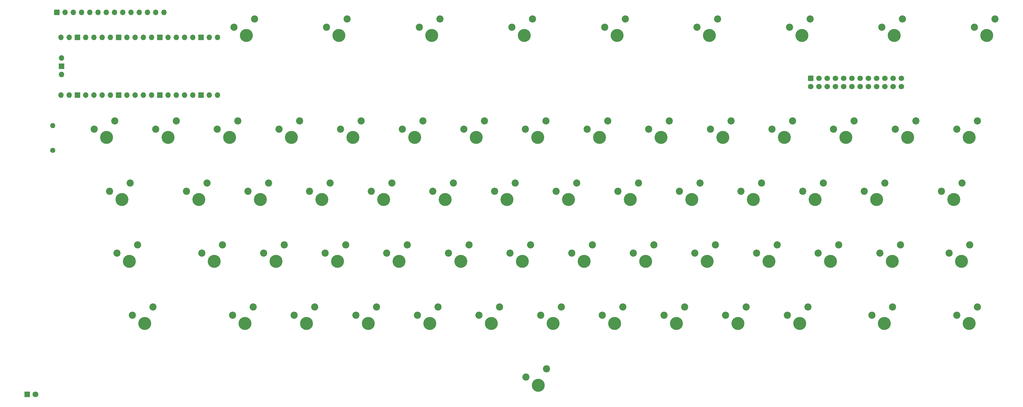
<source format=gts>
G04 #@! TF.GenerationSoftware,KiCad,Pcbnew,(5.1.10)-1*
G04 #@! TF.CreationDate,2021-10-24T19:20:25-07:00*
G04 #@! TF.ProjectId,Atari130MX,41746172-6931-4333-904d-582e6b696361,D*
G04 #@! TF.SameCoordinates,Original*
G04 #@! TF.FileFunction,Soldermask,Top*
G04 #@! TF.FilePolarity,Negative*
%FSLAX46Y46*%
G04 Gerber Fmt 4.6, Leading zero omitted, Abs format (unit mm)*
G04 Created by KiCad (PCBNEW (5.1.10)-1) date 2021-10-24 19:20:25*
%MOMM*%
%LPD*%
G01*
G04 APERTURE LIST*
%ADD10C,1.700000*%
%ADD11O,1.700000X1.700000*%
%ADD12R,1.700000X1.700000*%
%ADD13C,4.000000*%
%ADD14C,2.200000*%
%ADD15O,1.600000X1.600000*%
%ADD16C,1.600000*%
%ADD17C,1.800000*%
%ADD18R,1.800000X1.800000*%
G04 APERTURE END LIST*
G36*
G01*
X270300000Y-44970000D02*
X271500000Y-44970000D01*
G75*
G02*
X271750000Y-45220000I0J-250000D01*
G01*
X271750000Y-46420000D01*
G75*
G02*
X271500000Y-46670000I-250000J0D01*
G01*
X270300000Y-46670000D01*
G75*
G02*
X270050000Y-46420000I0J250000D01*
G01*
X270050000Y-45220000D01*
G75*
G02*
X270300000Y-44970000I250000J0D01*
G01*
G37*
D10*
X273440000Y-45820000D03*
X275980000Y-45820000D03*
X278520000Y-45820000D03*
X281060000Y-45820000D03*
X283600000Y-45820000D03*
X286140000Y-45820000D03*
X288680000Y-45820000D03*
X291220000Y-45820000D03*
X293760000Y-45820000D03*
X296300000Y-45820000D03*
X298840000Y-45820000D03*
X270900000Y-48360000D03*
X273440000Y-48360000D03*
X275980000Y-48360000D03*
X278520000Y-48360000D03*
X281060000Y-48360000D03*
X283600000Y-48360000D03*
X286140000Y-48360000D03*
X288680000Y-48360000D03*
X291220000Y-48360000D03*
X293760000Y-48360000D03*
X296300000Y-48360000D03*
X298840000Y-48360000D03*
D11*
X87970000Y-51025000D03*
X85430000Y-51025000D03*
D12*
X82890000Y-51025000D03*
D11*
X80350000Y-51025000D03*
X77810000Y-51025000D03*
X75270000Y-51025000D03*
X72730000Y-51025000D03*
D12*
X70190000Y-51025000D03*
D11*
X67650000Y-51025000D03*
X65110000Y-51025000D03*
X62570000Y-51025000D03*
X60030000Y-51025000D03*
D12*
X57490000Y-51025000D03*
D11*
X54950000Y-51025000D03*
X52410000Y-51025000D03*
X49870000Y-51025000D03*
X47330000Y-51025000D03*
D12*
X44790000Y-51025000D03*
D11*
X42250000Y-51025000D03*
X39710000Y-51025000D03*
X39710000Y-33245000D03*
X42250000Y-33245000D03*
D12*
X44790000Y-33245000D03*
D11*
X47330000Y-33245000D03*
X49870000Y-33245000D03*
X52410000Y-33245000D03*
X54950000Y-33245000D03*
D12*
X57490000Y-33245000D03*
D11*
X60030000Y-33245000D03*
X62570000Y-33245000D03*
X65110000Y-33245000D03*
X67650000Y-33245000D03*
D12*
X70190000Y-33245000D03*
D11*
X72730000Y-33245000D03*
X75270000Y-33245000D03*
X77810000Y-33245000D03*
X80350000Y-33245000D03*
D12*
X82890000Y-33245000D03*
D11*
X85430000Y-33245000D03*
X87970000Y-33245000D03*
X39940000Y-44675000D03*
D12*
X39940000Y-42135000D03*
D11*
X39940000Y-39595000D03*
D13*
X65610000Y-121330000D03*
D14*
X61800000Y-118790000D03*
X68150000Y-116250000D03*
X185125000Y-27530000D03*
D13*
X182585000Y-32610000D03*
D14*
X178775000Y-30070000D03*
X156550000Y-27530000D03*
D13*
X154010000Y-32610000D03*
D14*
X150200000Y-30070000D03*
X127975000Y-27530000D03*
D13*
X125435000Y-32610000D03*
D14*
X121625000Y-30070000D03*
X99400000Y-27530000D03*
D13*
X96860000Y-32610000D03*
D14*
X93050000Y-30070000D03*
D15*
X37220000Y-60425000D03*
D16*
X37220000Y-68045000D03*
D12*
X38440000Y-25500000D03*
D11*
X40980000Y-25500000D03*
X43520000Y-25500000D03*
X46060000Y-25500000D03*
X48600000Y-25500000D03*
X51140000Y-25500000D03*
X53680000Y-25500000D03*
X56220000Y-25500000D03*
X58760000Y-25500000D03*
X61300000Y-25500000D03*
X63840000Y-25500000D03*
X66380000Y-25500000D03*
X68920000Y-25500000D03*
X71460000Y-25500000D03*
D13*
X293585000Y-121330000D03*
D14*
X289775000Y-118790000D03*
X296125000Y-116250000D03*
D13*
X60800000Y-102230000D03*
D14*
X56990000Y-99690000D03*
X63340000Y-97150000D03*
X242200000Y-27530000D03*
D13*
X239660000Y-32610000D03*
D14*
X235850000Y-30070000D03*
X270700000Y-27530000D03*
D13*
X268160000Y-32610000D03*
D14*
X264350000Y-30070000D03*
X327700000Y-27530000D03*
D13*
X325160000Y-32610000D03*
D14*
X321350000Y-30070000D03*
X299200000Y-27530000D03*
D13*
X296660000Y-32610000D03*
D14*
X292850000Y-30070000D03*
X213700000Y-27530000D03*
D13*
X211160000Y-32610000D03*
D14*
X207350000Y-30070000D03*
D13*
X186860000Y-140380000D03*
D14*
X183050000Y-137840000D03*
X189400000Y-135300000D03*
D17*
X31900000Y-143200000D03*
D18*
X29360000Y-143200000D03*
D13*
X96460000Y-121330000D03*
D14*
X92650000Y-118790000D03*
X99000000Y-116250000D03*
D13*
X177220000Y-83160000D03*
D14*
X173410000Y-80620000D03*
X179760000Y-78080000D03*
D13*
X115460000Y-121330000D03*
D14*
X111650000Y-118790000D03*
X118000000Y-116250000D03*
D13*
X101220000Y-83160000D03*
D14*
X97410000Y-80620000D03*
X103760000Y-78080000D03*
D13*
X153460000Y-121330000D03*
D14*
X149650000Y-118790000D03*
X156000000Y-116250000D03*
D13*
X196220000Y-83160000D03*
D14*
X192410000Y-80620000D03*
X198760000Y-78080000D03*
D13*
X58520000Y-83160000D03*
D14*
X54710000Y-80620000D03*
X61060000Y-78080000D03*
D13*
X158220000Y-83160000D03*
D14*
X154410000Y-80620000D03*
X160760000Y-78080000D03*
D13*
X296000000Y-102230000D03*
D14*
X292190000Y-99690000D03*
X298540000Y-97150000D03*
D13*
X267460000Y-121330000D03*
D14*
X263650000Y-118790000D03*
X270000000Y-116250000D03*
D13*
X258000000Y-102230000D03*
D14*
X254190000Y-99690000D03*
X260540000Y-97150000D03*
D13*
X106000000Y-102230000D03*
D14*
X102190000Y-99690000D03*
X108540000Y-97150000D03*
D13*
X315020000Y-83160000D03*
D14*
X311210000Y-80620000D03*
X317560000Y-78080000D03*
D13*
X139220000Y-83160000D03*
D14*
X135410000Y-80620000D03*
X141760000Y-78080000D03*
D13*
X82220000Y-83160000D03*
D14*
X78410000Y-80620000D03*
X84760000Y-78080000D03*
D13*
X277000000Y-102230000D03*
D14*
X273190000Y-99690000D03*
X279540000Y-97150000D03*
D13*
X248460000Y-121330000D03*
D14*
X244650000Y-118790000D03*
X251000000Y-116250000D03*
D13*
X253220000Y-83160000D03*
D14*
X249410000Y-80620000D03*
X255760000Y-78080000D03*
D13*
X234220000Y-83160000D03*
D14*
X230410000Y-80620000D03*
X236760000Y-78080000D03*
D13*
X191460000Y-121330000D03*
D14*
X187650000Y-118790000D03*
X194000000Y-116250000D03*
D13*
X210460000Y-121330000D03*
D14*
X206650000Y-118790000D03*
X213000000Y-116250000D03*
D13*
X262760000Y-64060000D03*
D14*
X258950000Y-61520000D03*
X265300000Y-58980000D03*
D13*
X239000000Y-102230000D03*
D14*
X235190000Y-99690000D03*
X241540000Y-97150000D03*
D13*
X220000000Y-102230000D03*
D14*
X216190000Y-99690000D03*
X222540000Y-97150000D03*
D13*
X201000000Y-102230000D03*
D14*
X197190000Y-99690000D03*
X203540000Y-97150000D03*
D13*
X319760000Y-121330000D03*
D14*
X315950000Y-118790000D03*
X322300000Y-116250000D03*
D13*
X215220000Y-83160000D03*
D14*
X211410000Y-80620000D03*
X217760000Y-78080000D03*
D13*
X182000000Y-102230000D03*
D14*
X178190000Y-99690000D03*
X184540000Y-97150000D03*
D13*
X281760000Y-64060000D03*
D14*
X277950000Y-61520000D03*
X284300000Y-58980000D03*
D13*
X163000000Y-102230000D03*
D14*
X159190000Y-99690000D03*
X165540000Y-97150000D03*
D13*
X144000000Y-102230000D03*
D14*
X140190000Y-99690000D03*
X146540000Y-97150000D03*
D13*
X53760000Y-64060000D03*
D14*
X49950000Y-61520000D03*
X56300000Y-58980000D03*
D13*
X291220000Y-83160000D03*
D14*
X287410000Y-80620000D03*
X293760000Y-78080000D03*
D13*
X120220000Y-83160000D03*
D14*
X116410000Y-80620000D03*
X122760000Y-78080000D03*
D13*
X300760000Y-64060000D03*
D14*
X296950000Y-61520000D03*
X303300000Y-58980000D03*
D13*
X272220000Y-83160000D03*
D14*
X268410000Y-80620000D03*
X274760000Y-78080000D03*
D13*
X125000000Y-102230000D03*
D14*
X121190000Y-99690000D03*
X127540000Y-97150000D03*
D13*
X317400000Y-102230000D03*
D14*
X313590000Y-99690000D03*
X319940000Y-97150000D03*
D13*
X229460000Y-121330000D03*
D14*
X225650000Y-118790000D03*
X232000000Y-116250000D03*
D13*
X134460000Y-121330000D03*
D14*
X130650000Y-118790000D03*
X137000000Y-116250000D03*
D13*
X319760000Y-64060000D03*
D14*
X315950000Y-61520000D03*
X322300000Y-58980000D03*
D13*
X172460000Y-121330000D03*
D14*
X168650000Y-118790000D03*
X175000000Y-116250000D03*
D13*
X87000000Y-102230000D03*
D14*
X83190000Y-99690000D03*
X89540000Y-97150000D03*
D13*
X224760000Y-64060000D03*
D14*
X220950000Y-61520000D03*
X227300000Y-58980000D03*
D13*
X205760000Y-64060000D03*
D14*
X201950000Y-61520000D03*
X208300000Y-58980000D03*
D13*
X186760000Y-64060000D03*
D14*
X182950000Y-61520000D03*
X189300000Y-58980000D03*
D13*
X167760000Y-64060000D03*
D14*
X163950000Y-61520000D03*
X170300000Y-58980000D03*
D13*
X148760000Y-64060000D03*
D14*
X144950000Y-61520000D03*
X151300000Y-58980000D03*
D13*
X129760000Y-64060000D03*
D14*
X125950000Y-61520000D03*
X132300000Y-58980000D03*
D13*
X110760000Y-64060000D03*
D14*
X106950000Y-61520000D03*
X113300000Y-58980000D03*
D13*
X91760000Y-64060000D03*
D14*
X87950000Y-61520000D03*
X94300000Y-58980000D03*
D13*
X72760000Y-64060000D03*
D14*
X68950000Y-61520000D03*
X75300000Y-58980000D03*
D13*
X243760000Y-64060000D03*
D14*
X239950000Y-61520000D03*
X246300000Y-58980000D03*
M02*

</source>
